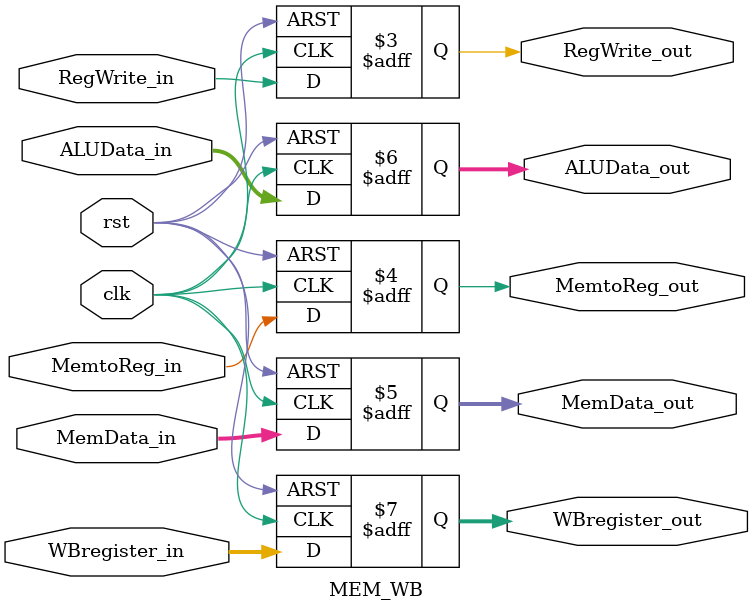
<source format=v>
/* =============================================================================
 *
 * Name           : MEM_WB.v
 * Author         : Hakki Caner Kirmizi
 * Date           : 2010-5-17
 * Description    : A module that implements the so-called MEM-WB (memory
 *					access - write back) pipelined register.
 *
 * =============================================================================
*/

module MEM_WB(
	clk,
	rst,
	RegWrite_in,	// WB
	MemtoReg_in,	// WB
	MemData_in,
	ALUData_in,
	WBregister_in,
	RegWrite_out,	// WB
	MemtoReg_out,	// WB
	MemData_out,
	ALUData_out,
	WBregister_out
);

// Input Ports
input			clk;
input			rst;
input			RegWrite_in;
input			MemtoReg_in;
input	[31:0]	MemData_in;
input	[31:0]	ALUData_in;
input	[4:0]	WBregister_in;

// Output Ports
output			RegWrite_out;
output			MemtoReg_out;
output	[31:0]	MemData_out;
output	[31:0]	ALUData_out;
output	[4:0]	WBregister_out;

// Registers
reg			RegWrite_out;
reg			MemtoReg_out;
reg	[31:0]	MemData_out;
reg	[31:0]	ALUData_out;
reg	[4:0]	WBregister_out;

// Procedure
always @(posedge clk or negedge rst) begin
	if(~rst) begin
		RegWrite_out	<= 1'b0;
		MemtoReg_out	<= 1'b0;	
		MemData_out		<= 32'b0;
		ALUData_out		<= 32'b0;
		WBregister_out	<= 5'b0;
	end
	else begin
		RegWrite_out	<= RegWrite_in;
		MemtoReg_out	<= MemtoReg_in;	
		MemData_out		<= MemData_in;
		ALUData_out		<= ALUData_in;
		WBregister_out	<= WBregister_in;	
	end
end

endmodule

</source>
